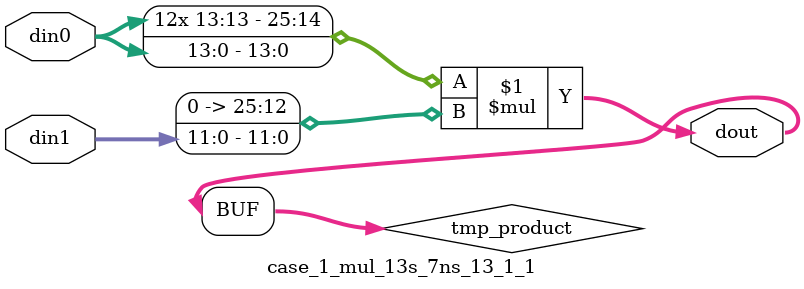
<source format=v>

`timescale 1 ns / 1 ps

 (* use_dsp = "no" *)  module case_1_mul_13s_7ns_13_1_1(din0, din1, dout);
parameter ID = 1;
parameter NUM_STAGE = 0;
parameter din0_WIDTH = 14;
parameter din1_WIDTH = 12;
parameter dout_WIDTH = 26;

input [din0_WIDTH - 1 : 0] din0; 
input [din1_WIDTH - 1 : 0] din1; 
output [dout_WIDTH - 1 : 0] dout;

wire signed [dout_WIDTH - 1 : 0] tmp_product;


























assign tmp_product = $signed(din0) * $signed({1'b0, din1});









assign dout = tmp_product;





















endmodule

</source>
